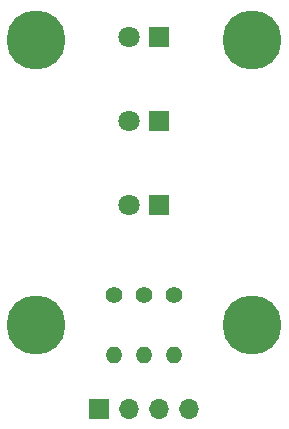
<source format=gbr>
%TF.GenerationSoftware,KiCad,Pcbnew,(5.1.8)-1*%
%TF.CreationDate,2020-12-20T09:07:50+01:00*%
%TF.ProjectId,Traffic Light,54726166-6669-4632-904c-696768742e6b,rev?*%
%TF.SameCoordinates,Original*%
%TF.FileFunction,Copper,L2,Bot*%
%TF.FilePolarity,Positive*%
%FSLAX46Y46*%
G04 Gerber Fmt 4.6, Leading zero omitted, Abs format (unit mm)*
G04 Created by KiCad (PCBNEW (5.1.8)-1) date 2020-12-20 09:07:50*
%MOMM*%
%LPD*%
G01*
G04 APERTURE LIST*
%TA.AperFunction,ComponentPad*%
%ADD10R,1.800000X1.800000*%
%TD*%
%TA.AperFunction,ComponentPad*%
%ADD11C,1.800000*%
%TD*%
%TA.AperFunction,ComponentPad*%
%ADD12R,1.700000X1.700000*%
%TD*%
%TA.AperFunction,ComponentPad*%
%ADD13O,1.700000X1.700000*%
%TD*%
%TA.AperFunction,ComponentPad*%
%ADD14C,5.000000*%
%TD*%
%TA.AperFunction,ComponentPad*%
%ADD15C,1.400000*%
%TD*%
%TA.AperFunction,ComponentPad*%
%ADD16O,1.400000X1.400000*%
%TD*%
G04 APERTURE END LIST*
D10*
%TO.P,Red,1*%
%TO.N,Net-(D1-Pad1)*%
X124460000Y-65786000D03*
D11*
%TO.P,Red,2*%
%TO.N,Net-(D1-Pad2)*%
X121920000Y-65786000D03*
%TD*%
%TO.P,Yellow,2*%
%TO.N,Net-(D2-Pad2)*%
X121920000Y-72898000D03*
D10*
%TO.P,Yellow,1*%
%TO.N,Net-(D1-Pad1)*%
X124460000Y-72898000D03*
%TD*%
%TO.P,Green,1*%
%TO.N,Net-(D1-Pad1)*%
X124460000Y-80010000D03*
D11*
%TO.P,Green,2*%
%TO.N,Net-(D3-Pad2)*%
X121920000Y-80010000D03*
%TD*%
D12*
%TO.P,J1,1*%
%TO.N,Net-(D1-Pad1)*%
X119380000Y-97282000D03*
D13*
%TO.P,J1,2*%
%TO.N,Net-(J1-Pad2)*%
X121920000Y-97282000D03*
%TO.P,J1,3*%
%TO.N,Net-(J1-Pad3)*%
X124460000Y-97282000D03*
%TO.P,J1,4*%
%TO.N,Net-(J1-Pad4)*%
X127000000Y-97282000D03*
%TD*%
D14*
%TO.P, ,1*%
%TO.N,N/C*%
X114046000Y-66040000D03*
%TD*%
%TO.P, ,1*%
%TO.N,N/C*%
X132334000Y-66040000D03*
%TD*%
%TO.P, ,1*%
%TO.N,N/C*%
X114046000Y-90170000D03*
%TD*%
%TO.P, ,1*%
%TO.N,N/C*%
X132334000Y-90170000D03*
%TD*%
D15*
%TO.P,R1,1*%
%TO.N,Net-(D1-Pad2)*%
X120650000Y-87630000D03*
D16*
%TO.P,R1,2*%
%TO.N,Net-(J1-Pad2)*%
X120650000Y-92710000D03*
%TD*%
%TO.P,R2,2*%
%TO.N,Net-(J1-Pad3)*%
X123190000Y-92710000D03*
D15*
%TO.P,R2,1*%
%TO.N,Net-(D2-Pad2)*%
X123190000Y-87630000D03*
%TD*%
%TO.P,R3,1*%
%TO.N,Net-(D3-Pad2)*%
X125730000Y-87630000D03*
D16*
%TO.P,R3,2*%
%TO.N,Net-(J1-Pad4)*%
X125730000Y-92710000D03*
%TD*%
M02*

</source>
